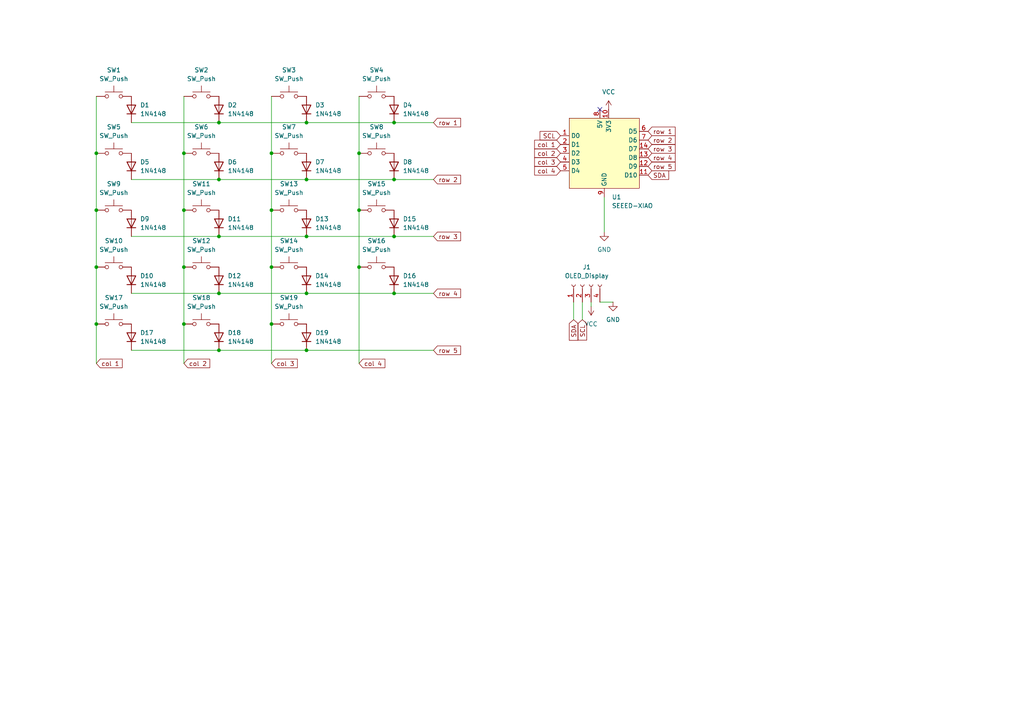
<source format=kicad_sch>
(kicad_sch (version 20231120) (generator "eeschema") (generator_version "8.0")
  (paper "A4")
  (lib_symbols
    (symbol "Connector:Conn_01x04_Socket" (pin_names (offset 1.016) hide)
      (property "Reference" "J" (at 0 5.08 0))
      (property "Value" "Conn_01x04_Socket" (at 0 -7.62 0))
      (symbol "Conn_01x04_Socket_1_1"
        (arc (start 0 -4.572) (mid -0.5058 -5.08) (end 0 -5.588) (stroke (width 0.1524)))
        (arc (start 0 -2.032) (mid -0.5058 -2.54) (end 0 -3.048) (stroke (width 0.1524)))
        (polyline (pts (xy -1.27 -5.08) (xy -0.508 -5.08)) (stroke (width 0.1524)))
        (polyline (pts (xy -1.27 -2.54) (xy -0.508 -2.54)) (stroke (width 0.1524)))
        (polyline (pts (xy -1.27 0) (xy -0.508 0)) (stroke (width 0.1524)))
        (polyline (pts (xy -1.27 2.54) (xy -0.508 2.54)) (stroke (width 0.1524)))
        (arc (start 0 0.508) (mid -0.5058 0) (end 0 -0.508) (stroke (width 0.1524)))
        (arc (start 0 3.048) (mid -0.5058 2.54) (end 0 2.032) (stroke (width 0.1524)))
        (pin passive line (at -5.08 2.54 0) (length 3.81) (name "Pin_1") (number "1"))
        (pin passive line (at -5.08 0 0) (length 3.81) (name "Pin_2") (number "2"))
        (pin passive line (at -5.08 -2.54 0) (length 3.81) (name "Pin_3") (number "3"))
        (pin passive line (at -5.08 -5.08 0) (length 3.81) (name "Pin_4") (number "4"))
      )
    )
    (symbol "Diode:1N4148" (pin_numbers hide) (pin_names hide)
      (property "Reference" "D" (at 0 2.54 0))
      (property "Value" "1N4148" (at 0 -2.54 0))
      (symbol "1N4148_0_1"
        (polyline (pts (xy -1.27 1.27) (xy -1.27 -1.27)) (stroke (width 0.254)))
        (polyline (pts (xy 1.27 0) (xy -1.27 0)))
        (polyline (pts (xy 1.27 1.27) (xy 1.27 -1.27) (xy -1.27 0) (xy 1.27 1.27)) (stroke (width 0.254)))
      )
      (symbol "1N4148_1_1"
        (pin passive line (at -3.81 0 0) (length 2.54) (name "K") (number "1"))
        (pin passive line (at 3.81 0 180) (length 2.54) (name "A") (number "2"))
      )
    )
    (symbol "SEEED-XIAO:SEEED-XIAO"
      (property "Reference" "U" (at 2.794 13.716 0))
      (property "Value" "SEEED-XIAO" (at -0.254 0 0))
      (symbol "SEEED-XIAO_0_1"
        (rectangle (start -10.16 10.16) (end 10.16 -10.16) (fill (type background)))
      )
      (symbol "SEEED-XIAO_1_1"
        (pin bidirectional line (at -12.7 5.08 0) (length 2.54) (name "D0") (number "1"))
        (pin power_in line (at 1.27 12.7 270) (length 2.54) (name "3V3") (number "10"))
        (pin bidirectional line (at 12.7 -6.35 180) (length 2.54) (name "D10") (number "11"))
        (pin bidirectional line (at 12.7 -3.81 180) (length 2.54) (name "D9") (number "12"))
        (pin bidirectional line (at 12.7 -1.27 180) (length 2.54) (name "D8") (number "13"))
        (pin bidirectional line (at 12.7 1.27 180) (length 2.54) (name "D7") (number "14"))
        (pin bidirectional line (at -12.7 2.54 0) (length 2.54) (name "D1") (number "2"))
        (pin bidirectional line (at -12.7 0 0) (length 2.54) (name "D2") (number "3"))
        (pin bidirectional line (at -12.7 -2.54 0) (length 2.54) (name "D3") (number "4"))
        (pin bidirectional line (at -12.7 -5.08 0) (length 2.54) (name "D4") (number "5"))
        (pin bidirectional line (at 12.7 6.35 180) (length 2.54) (name "D5") (number "6"))
        (pin bidirectional line (at 12.7 3.81 180) (length 2.54) (name "D6") (number "7"))
        (pin power_in line (at -1.27 12.7 270) (length 2.54) (name "5V") (number "8"))
        (pin power_in line (at 0 -12.7 90) (length 2.54) (name "GND") (number "9"))
      )
    )
    (symbol "Switch:SW_Push" (pin_numbers hide) (pin_names (offset 1.016) hide)
      (property "Reference" "SW" (at 1.27 2.54 0))
      (property "Value" "SW_Push" (at 0 -1.524 0))
      (symbol "SW_Push_0_1"
        (circle (center -2.032 0) (radius 0.508))
        (polyline (pts (xy 0 1.27) (xy 0 3.048)))
        (polyline (pts (xy 2.54 1.27) (xy -2.54 1.27)))
        (circle (center 2.032 0) (radius 0.508))
        (pin passive line (at -5.08 0 0) (length 2.54) (name "1") (number "1"))
        (pin passive line (at 5.08 0 180) (length 2.54) (name "2") (number "2"))
      )
    )
    (symbol "power:GND" (power) (pin_numbers hide) (pin_names (offset 0) hide)
      (property "Value" "GND" (at 0 -3.81 0))
      (symbol "GND_0_1"
        (polyline (pts (xy 0 0) (xy 0 -1.27) (xy 1.27 -1.27) (xy 0 -2.54) (xy -1.27 -1.27) (xy 0 -1.27)))
      )
      (symbol "GND_1_1"
        (pin power_in line (at 0 0 270) (length 0) (name "~") (number "1"))
      )
    )
    (symbol "power:VCC" (power) (pin_numbers hide) (pin_names (offset 0) hide)
      (property "Value" "VCC" (at 0 3.556 0))
      (symbol "VCC_0_1"
        (polyline (pts (xy -0.762 1.27) (xy 0 2.54)))
        (polyline (pts (xy 0 0) (xy 0 2.54)))
        (polyline (pts (xy 0 2.54) (xy 0.762 1.27)))
      )
      (symbol "VCC_1_1"
        (pin power_in line (at 0 0 90) (length 0) (name "~") (number "1"))
      )
    )
  )
  (junction (at 88.9 52.07))
  (junction (at 114.3 85.09))
  (junction (at 63.5 35.56))
  (junction (at 53.34 44.45))
  (junction (at 104.14 60.96))
  (junction (at 78.74 44.45))
  (junction (at 88.9 85.09))
  (junction (at 114.3 68.58))
  (junction (at 63.5 68.58))
  (junction (at 63.5 85.09))
  (junction (at 53.34 60.96))
  (junction (at 27.94 77.47))
  (junction (at 88.9 35.56))
  (junction (at 27.94 93.98))
  (junction (at 114.3 35.56))
  (junction (at 53.34 93.98))
  (junction (at 53.34 77.47))
  (junction (at 114.3 52.07))
  (junction (at 63.5 52.07))
  (junction (at 104.14 44.45))
  (junction (at 78.74 77.47))
  (junction (at 27.94 44.45))
  (junction (at 27.94 60.96))
  (junction (at 104.14 77.47))
  (junction (at 63.5 101.6))
  (junction (at 78.74 60.96))
  (junction (at 88.9 68.58))
  (junction (at 78.74 93.98))
  (junction (at 88.9 101.6))
  (no_connect (at 173.99 31.75))
  (wire (pts (xy 88.9 68.58) (xy 114.3 68.58)))
  (wire (pts (xy 27.94 44.45) (xy 27.94 60.96)))
  (wire (pts (xy 104.14 44.45) (xy 104.14 60.96)))
  (wire (pts (xy 114.3 85.09) (xy 125.73 85.09)))
  (wire (pts (xy 53.34 44.45) (xy 53.34 60.96)))
  (wire (pts (xy 88.9 85.09) (xy 114.3 85.09)))
  (wire (pts (xy 114.3 68.58) (xy 125.73 68.58)))
  (wire (pts (xy 53.34 93.98) (xy 53.34 105.41)))
  (wire (pts (xy 171.45 88.9) (xy 171.45 87.63)))
  (wire (pts (xy 38.1 85.09) (xy 63.5 85.09)))
  (wire (pts (xy 38.1 35.56) (xy 63.5 35.56)))
  (wire (pts (xy 104.14 60.96) (xy 104.14 77.47)))
  (wire (pts (xy 78.74 93.98) (xy 78.74 105.41)))
  (wire (pts (xy 38.1 52.07) (xy 63.5 52.07)))
  (wire (pts (xy 27.94 93.98) (xy 27.94 105.41)))
  (wire (pts (xy 78.74 60.96) (xy 78.74 77.47)))
  (wire (pts (xy 27.94 60.96) (xy 27.94 77.47)))
  (wire (pts (xy 63.5 85.09) (xy 88.9 85.09)))
  (wire (pts (xy 166.37 87.63) (xy 166.37 92.71)))
  (wire (pts (xy 88.9 35.56) (xy 114.3 35.56)))
  (wire (pts (xy 38.1 68.58) (xy 63.5 68.58)))
  (wire (pts (xy 88.9 101.6) (xy 125.73 101.6)))
  (wire (pts (xy 27.94 77.47) (xy 27.94 93.98)))
  (wire (pts (xy 63.5 68.58) (xy 88.9 68.58)))
  (wire (pts (xy 78.74 77.47) (xy 78.74 93.98)))
  (wire (pts (xy 63.5 52.07) (xy 88.9 52.07)))
  (wire (pts (xy 78.74 44.45) (xy 78.74 60.96)))
  (wire (pts (xy 88.9 52.07) (xy 114.3 52.07)))
  (wire (pts (xy 53.34 77.47) (xy 53.34 93.98)))
  (wire (pts (xy 53.34 27.94) (xy 53.34 44.45)))
  (wire (pts (xy 104.14 77.47) (xy 104.14 105.41)))
  (wire (pts (xy 175.26 67.31) (xy 175.26 57.15)))
  (wire (pts (xy 53.34 60.96) (xy 53.34 77.47)))
  (wire (pts (xy 78.74 27.94) (xy 78.74 44.45)))
  (wire (pts (xy 104.14 27.94) (xy 104.14 44.45)))
  (wire (pts (xy 38.1 101.6) (xy 63.5 101.6)))
  (wire (pts (xy 168.91 87.63) (xy 168.91 92.71)))
  (wire (pts (xy 27.94 27.94) (xy 27.94 44.45)))
  (wire (pts (xy 63.5 35.56) (xy 88.9 35.56)))
  (wire (pts (xy 63.5 101.6) (xy 88.9 101.6)))
  (wire (pts (xy 177.8 87.63) (xy 173.99 87.63)))
  (wire (pts (xy 114.3 52.07) (xy 125.73 52.07)))
  (wire (pts (xy 114.3 35.56) (xy 125.73 35.56)))
  (global_label "row 5" (shape input) (at 125.73 101.6 0) (property "Intersheetrefs" "${INTERSHEET_REFS}" (effects (hide yes))))
  (global_label "col 4" (shape input) (at 104.14 105.41 0) (property "Intersheetrefs" "${INTERSHEET_REFS}" (effects (hide yes))))
  (global_label "row 2" (shape input) (at 187.96 40.64 0) (property "Intersheetrefs" "${INTERSHEET_REFS}" (effects (hide yes))))
  (global_label "col 3" (shape input) (at 78.74 105.41 0) (property "Intersheetrefs" "${INTERSHEET_REFS}" (effects (hide yes))))
  (global_label "row 4" (shape input) (at 125.73 85.09 0) (property "Intersheetrefs" "${INTERSHEET_REFS}" (effects (hide yes))))
  (global_label "row 2" (shape input) (at 125.73 52.07 0) (property "Intersheetrefs" "${INTERSHEET_REFS}" (effects (hide yes))))
  (global_label "SDA" (shape input) (at 166.37 92.71 270) (property "Intersheetrefs" "${INTERSHEET_REFS}" (effects (hide yes))))
  (global_label "row 3" (shape input) (at 125.73 68.58 0) (property "Intersheetrefs" "${INTERSHEET_REFS}" (effects (hide yes))))
  (global_label "row 5" (shape input) (at 187.96 48.26 0) (property "Intersheetrefs" "${INTERSHEET_REFS}" (effects (hide yes))))
  (global_label "col 1" (shape input) (at 27.94 105.41 0) (property "Intersheetrefs" "${INTERSHEET_REFS}" (effects (hide yes))))
  (global_label "col 4" (shape input) (at 162.56 49.53 180) (property "Intersheetrefs" "${INTERSHEET_REFS}" (effects (hide yes))))
  (global_label "row 3" (shape input) (at 187.96 43.18 0) (property "Intersheetrefs" "${INTERSHEET_REFS}" (effects (hide yes))))
  (global_label "row 1" (shape input) (at 125.73 35.56 0) (property "Intersheetrefs" "${INTERSHEET_REFS}" (effects (hide yes))))
  (global_label "col 2" (shape input) (at 162.56 44.45 180) (property "Intersheetrefs" "${INTERSHEET_REFS}" (effects (hide yes))))
  (global_label "row 4" (shape input) (at 187.96 45.72 0) (property "Intersheetrefs" "${INTERSHEET_REFS}" (effects (hide yes))))
  (global_label "SCL" (shape input) (at 168.91 92.71 270) (property "Intersheetrefs" "${INTERSHEET_REFS}" (effects (hide yes))))
  (global_label "SDA" (shape input) (at 187.96 50.8 0) (property "Intersheetrefs" "${INTERSHEET_REFS}" (effects (hide yes))))
  (global_label "col 2" (shape input) (at 53.34 105.41 0) (property "Intersheetrefs" "${INTERSHEET_REFS}" (effects (hide yes))))
  (global_label "SCL" (shape input) (at 162.56 39.37 180) (property "Intersheetrefs" "${INTERSHEET_REFS}" (effects (hide yes))))
  (global_label "col 3" (shape input) (at 162.56 46.99 180) (property "Intersheetrefs" "${INTERSHEET_REFS}" (effects (hide yes))))
  (global_label "row 1" (shape input) (at 187.96 38.1 0) (property "Intersheetrefs" "${INTERSHEET_REFS}" (effects (hide yes))))
  (global_label "col 1" (shape input) (at 162.56 41.91 180) (property "Intersheetrefs" "${INTERSHEET_REFS}" (effects (hide yes))))
  (symbol (lib_id "Diode:1N4148") (at 63.5 97.79 90) (unit 1)
    (property "Reference" "D18" (at 66.04 96.5199 90) (effects (justify right)))
    (property "Value" "1N4148" (at 66.04 99.0599 90) (effects (justify right)))
    (property "Footprint" "Diode_THT:D_DO-35_SOD27_P7.62mm_Horizontal" (effects (hide yes)))
    (property "Datasheet" "https://assets.nexperia.com/documents/data-sheet/1N4148_1N4448.pdf" (effects (hide yes)))
    (property "Description" "100V 0.15A standard switching diode, DO-35" (effects (hide yes)))
    (property "Sim.Device" "D" (effects (hide yes)))
    (property "Sim.Pins" "1=K 2=A" (effects (hide yes)))
  )
  (symbol (lib_id "Switch:SW_Push") (at 109.22 77.47 0) (unit 1)
    (property "Reference" "SW16" (at 109.22 69.85 0))
    (property "Value" "SW_Push" (at 109.22 72.39 0))
    (property "Description" "Push button switch, generic, two pins" (effects (hide yes)))
  )
  (symbol (lib_id "Switch:SW_Push") (at 109.22 27.94 0) (unit 1)
    (property "Reference" "SW4" (at 109.22 20.32 0))
    (property "Value" "SW_Push" (at 109.22 22.86 0))
    (property "Description" "Push button switch, generic, two pins" (effects (hide yes)))
  )
  (symbol (lib_id "Switch:SW_Push") (at 58.42 60.96 0) (unit 1)
    (property "Reference" "SW11" (at 58.42 53.34 0))
    (property "Value" "SW_Push" (at 58.42 55.88 0))
    (property "Description" "Push button switch, generic, two pins" (effects (hide yes)))
  )
  (symbol (lib_id "Diode:1N4148") (at 63.5 31.75 90) (unit 1)
    (property "Reference" "D2" (at 66.04 30.4799 90) (effects (justify right)))
    (property "Value" "1N4148" (at 66.04 33.0199 90) (effects (justify right)))
    (property "Footprint" "Diode_THT:D_DO-35_SOD27_P7.62mm_Horizontal" (effects (hide yes)))
    (property "Datasheet" "https://assets.nexperia.com/documents/data-sheet/1N4148_1N4448.pdf" (effects (hide yes)))
    (property "Description" "100V 0.15A standard switching diode, DO-35" (effects (hide yes)))
    (property "Sim.Device" "D" (effects (hide yes)))
    (property "Sim.Pins" "1=K 2=A" (effects (hide yes)))
  )
  (symbol (lib_id "Switch:SW_Push") (at 83.82 77.47 0) (unit 1)
    (property "Reference" "SW14" (at 83.82 69.85 0))
    (property "Value" "SW_Push" (at 83.82 72.39 0))
    (property "Description" "Push button switch, generic, two pins" (effects (hide yes)))
  )
  (symbol (lib_id "Switch:SW_Push") (at 58.42 77.47 0) (unit 1)
    (property "Reference" "SW12" (at 58.42 69.85 0))
    (property "Value" "SW_Push" (at 58.42 72.39 0))
    (property "Description" "Push button switch, generic, two pins" (effects (hide yes)))
  )
  (symbol (lib_id "Diode:1N4148") (at 38.1 31.75 90) (unit 1)
    (property "Reference" "D1" (at 40.64 30.4799 90) (effects (justify right)))
    (property "Value" "1N4148" (at 40.64 33.0199 90) (effects (justify right)))
    (property "Footprint" "Diode_THT:D_DO-35_SOD27_P7.62mm_Horizontal" (effects (hide yes)))
    (property "Datasheet" "https://assets.nexperia.com/documents/data-sheet/1N4148_1N4448.pdf" (effects (hide yes)))
    (property "Description" "100V 0.15A standard switching diode, DO-35" (effects (hide yes)))
    (property "Sim.Device" "D" (effects (hide yes)))
    (property "Sim.Pins" "1=K 2=A" (effects (hide yes)))
  )
  (symbol (lib_id "Diode:1N4148") (at 88.9 97.79 90) (unit 1)
    (property "Reference" "D19" (at 91.44 96.5199 90) (effects (justify right)))
    (property "Value" "1N4148" (at 91.44 99.0599 90) (effects (justify right)))
    (property "Footprint" "Diode_THT:D_DO-35_SOD27_P7.62mm_Horizontal" (effects (hide yes)))
    (property "Datasheet" "https://assets.nexperia.com/documents/data-sheet/1N4148_1N4448.pdf" (effects (hide yes)))
    (property "Description" "100V 0.15A standard switching diode, DO-35" (effects (hide yes)))
    (property "Sim.Device" "D" (effects (hide yes)))
    (property "Sim.Pins" "1=K 2=A" (effects (hide yes)))
  )
  (symbol (lib_id "Switch:SW_Push") (at 109.22 60.96 0) (unit 1)
    (property "Reference" "SW15" (at 109.22 53.34 0))
    (property "Value" "SW_Push" (at 109.22 55.88 0))
    (property "Description" "Push button switch, generic, two pins" (effects (hide yes)))
  )
  (symbol (lib_id "Diode:1N4148") (at 88.9 81.28 90) (unit 1)
    (property "Reference" "D14" (at 91.44 80.0099 90) (effects (justify right)))
    (property "Value" "1N4148" (at 91.44 82.5499 90) (effects (justify right)))
    (property "Footprint" "Diode_THT:D_DO-35_SOD27_P7.62mm_Horizontal" (effects (hide yes)))
    (property "Datasheet" "https://assets.nexperia.com/documents/data-sheet/1N4148_1N4448.pdf" (effects (hide yes)))
    (property "Description" "100V 0.15A standard switching diode, DO-35" (effects (hide yes)))
    (property "Sim.Device" "D" (effects (hide yes)))
    (property "Sim.Pins" "1=K 2=A" (effects (hide yes)))
  )
  (symbol (lib_id "Switch:SW_Push") (at 83.82 60.96 0) (unit 1)
    (property "Reference" "SW13" (at 83.82 53.34 0))
    (property "Value" "SW_Push" (at 83.82 55.88 0))
    (property "Description" "Push button switch, generic, two pins" (effects (hide yes)))
  )
  (symbol (lib_id "power:GND") (at 177.8 87.63 0) (unit 1)
    (property "Reference" "#PWR04" (effects (hide yes)))
    (property "Value" "GND" (at 177.8 92.71 0))
    (property "Description" "Power symbol creates a global label with name \"GND\" , ground" (effects (hide yes)))
  )
  (symbol (lib_id "SEEED-XIAO:SEEED-XIAO") (at 175.26 44.45 0) (unit 1)
    (property "Reference" "U1" (at 177.4541 57.15 0) (effects (justify left)))
    (property "Value" "SEEED-XIAO" (at 177.4541 59.69 0) (effects (justify left)))
    (property "Footprint" "XIAO_PCB:XIAO-14P-SMD-2.54-21x17.8MM" (effects (hide yes)))
    (property "Datasheet" "https://wiki.seeedstudio.com/XIAO-RP2040/#hardware-overview" (effects (hide yes)))
    (property "Description" "Seeed Studio XIAO board (datasheet is for RP2040, supports more boards)" (effects (hide yes)))
  )
  (symbol (lib_id "Diode:1N4148") (at 38.1 48.26 90) (unit 1)
    (property "Reference" "D5" (at 40.64 46.9899 90) (effects (justify right)))
    (property "Value" "1N4148" (at 40.64 49.5299 90) (effects (justify right)))
    (property "Footprint" "Diode_THT:D_DO-35_SOD27_P7.62mm_Horizontal" (effects (hide yes)))
    (property "Datasheet" "https://assets.nexperia.com/documents/data-sheet/1N4148_1N4448.pdf" (effects (hide yes)))
    (property "Description" "100V 0.15A standard switching diode, DO-35" (effects (hide yes)))
    (property "Sim.Device" "D" (effects (hide yes)))
    (property "Sim.Pins" "1=K 2=A" (effects (hide yes)))
  )
  (symbol (lib_id "Diode:1N4148") (at 63.5 81.28 90) (unit 1)
    (property "Reference" "D12" (at 66.04 80.0099 90) (effects (justify right)))
    (property "Value" "1N4148" (at 66.04 82.5499 90) (effects (justify right)))
    (property "Footprint" "Diode_THT:D_DO-35_SOD27_P7.62mm_Horizontal" (effects (hide yes)))
    (property "Datasheet" "https://assets.nexperia.com/documents/data-sheet/1N4148_1N4448.pdf" (effects (hide yes)))
    (property "Description" "100V 0.15A standard switching diode, DO-35" (effects (hide yes)))
    (property "Sim.Device" "D" (effects (hide yes)))
    (property "Sim.Pins" "1=K 2=A" (effects (hide yes)))
  )
  (symbol (lib_id "Switch:SW_Push") (at 109.22 44.45 0) (unit 1)
    (property "Reference" "SW8" (at 109.22 36.83 0))
    (property "Value" "SW_Push" (at 109.22 39.37 0))
    (property "Description" "Push button switch, generic, two pins" (effects (hide yes)))
  )
  (symbol (lib_id "Diode:1N4148") (at 114.3 81.28 90) (unit 1)
    (property "Reference" "D16" (at 116.84 80.0099 90) (effects (justify right)))
    (property "Value" "1N4148" (at 116.84 82.5499 90) (effects (justify right)))
    (property "Footprint" "Diode_THT:D_DO-35_SOD27_P7.62mm_Horizontal" (effects (hide yes)))
    (property "Datasheet" "https://assets.nexperia.com/documents/data-sheet/1N4148_1N4448.pdf" (effects (hide yes)))
    (property "Description" "100V 0.15A standard switching diode, DO-35" (effects (hide yes)))
    (property "Sim.Device" "D" (effects (hide yes)))
    (property "Sim.Pins" "1=K 2=A" (effects (hide yes)))
  )
  (symbol (lib_id "power:VCC") (at 176.53 31.75 0) (unit 1)
    (property "Reference" "#PWR01" (effects (hide yes)))
    (property "Value" "VCC" (at 176.53 26.67 0))
    (property "Description" "Power symbol creates a global label with name \"VCC\"" (effects (hide yes)))
  )
  (symbol (lib_id "Switch:SW_Push") (at 58.42 44.45 0) (unit 1)
    (property "Reference" "SW6" (at 58.42 36.83 0))
    (property "Value" "SW_Push" (at 58.42 39.37 0))
    (property "Description" "Push button switch, generic, two pins" (effects (hide yes)))
  )
  (symbol (lib_id "Diode:1N4148") (at 63.5 48.26 90) (unit 1)
    (property "Reference" "D6" (at 66.04 46.9899 90) (effects (justify right)))
    (property "Value" "1N4148" (at 66.04 49.5299 90) (effects (justify right)))
    (property "Footprint" "Diode_THT:D_DO-35_SOD27_P7.62mm_Horizontal" (effects (hide yes)))
    (property "Datasheet" "https://assets.nexperia.com/documents/data-sheet/1N4148_1N4448.pdf" (effects (hide yes)))
    (property "Description" "100V 0.15A standard switching diode, DO-35" (effects (hide yes)))
    (property "Sim.Device" "D" (effects (hide yes)))
    (property "Sim.Pins" "1=K 2=A" (effects (hide yes)))
  )
  (symbol (lib_id "Switch:SW_Push") (at 33.02 93.98 0) (unit 1)
    (property "Reference" "SW17" (at 33.02 86.36 0))
    (property "Value" "SW_Push" (at 33.02 88.9 0))
    (property "Description" "Push button switch, generic, two pins" (effects (hide yes)))
  )
  (symbol (lib_id "Switch:SW_Push") (at 33.02 77.47 0) (unit 1)
    (property "Reference" "SW10" (at 33.02 69.85 0))
    (property "Value" "SW_Push" (at 33.02 72.39 0))
    (property "Description" "Push button switch, generic, two pins" (effects (hide yes)))
  )
  (symbol (lib_id "Diode:1N4148") (at 38.1 64.77 90) (unit 1)
    (property "Reference" "D9" (at 40.64 63.4999 90) (effects (justify right)))
    (property "Value" "1N4148" (at 40.64 66.0399 90) (effects (justify right)))
    (property "Footprint" "Diode_THT:D_DO-35_SOD27_P7.62mm_Horizontal" (effects (hide yes)))
    (property "Datasheet" "https://assets.nexperia.com/documents/data-sheet/1N4148_1N4448.pdf" (effects (hide yes)))
    (property "Description" "100V 0.15A standard switching diode, DO-35" (effects (hide yes)))
    (property "Sim.Device" "D" (effects (hide yes)))
    (property "Sim.Pins" "1=K 2=A" (effects (hide yes)))
  )
  (symbol (lib_id "Diode:1N4148") (at 88.9 48.26 90) (unit 1)
    (property "Reference" "D7" (at 91.44 46.9899 90) (effects (justify right)))
    (property "Value" "1N4148" (at 91.44 49.5299 90) (effects (justify right)))
    (property "Footprint" "Diode_THT:D_DO-35_SOD27_P7.62mm_Horizontal" (effects (hide yes)))
    (property "Datasheet" "https://assets.nexperia.com/documents/data-sheet/1N4148_1N4448.pdf" (effects (hide yes)))
    (property "Description" "100V 0.15A standard switching diode, DO-35" (effects (hide yes)))
    (property "Sim.Device" "D" (effects (hide yes)))
    (property "Sim.Pins" "1=K 2=A" (effects (hide yes)))
  )
  (symbol (lib_id "Switch:SW_Push") (at 33.02 27.94 0) (unit 1)
    (property "Reference" "SW1" (at 33.02 20.32 0))
    (property "Value" "SW_Push" (at 33.02 22.86 0))
    (property "Description" "Push button switch, generic, two pins" (effects (hide yes)))
  )
  (symbol (lib_id "Diode:1N4148") (at 114.3 64.77 90) (unit 1)
    (property "Reference" "D15" (at 116.84 63.4999 90) (effects (justify right)))
    (property "Value" "1N4148" (at 116.84 66.0399 90) (effects (justify right)))
    (property "Footprint" "Diode_THT:D_DO-35_SOD27_P7.62mm_Horizontal" (effects (hide yes)))
    (property "Datasheet" "https://assets.nexperia.com/documents/data-sheet/1N4148_1N4448.pdf" (effects (hide yes)))
    (property "Description" "100V 0.15A standard switching diode, DO-35" (effects (hide yes)))
    (property "Sim.Device" "D" (effects (hide yes)))
    (property "Sim.Pins" "1=K 2=A" (effects (hide yes)))
  )
  (symbol (lib_id "Switch:SW_Push") (at 83.82 44.45 0) (unit 1)
    (property "Reference" "SW7" (at 83.82 36.83 0))
    (property "Value" "SW_Push" (at 83.82 39.37 0))
    (property "Description" "Push button switch, generic, two pins" (effects (hide yes)))
  )
  (symbol (lib_id "Switch:SW_Push") (at 33.02 44.45 0) (unit 1)
    (property "Reference" "SW5" (at 33.02 36.83 0))
    (property "Value" "SW_Push" (at 33.02 39.37 0))
    (property "Description" "Push button switch, generic, two pins" (effects (hide yes)))
  )
  (symbol (lib_id "Switch:SW_Push") (at 83.82 27.94 0) (unit 1)
    (property "Reference" "SW3" (at 83.82 20.32 0))
    (property "Value" "SW_Push" (at 83.82 22.86 0))
    (property "Description" "Push button switch, generic, two pins" (effects (hide yes)))
  )
  (symbol (lib_id "Diode:1N4148") (at 88.9 64.77 90) (unit 1)
    (property "Reference" "D13" (at 91.44 63.4999 90) (effects (justify right)))
    (property "Value" "1N4148" (at 91.44 66.0399 90) (effects (justify right)))
    (property "Footprint" "Diode_THT:D_DO-35_SOD27_P7.62mm_Horizontal" (effects (hide yes)))
    (property "Datasheet" "https://assets.nexperia.com/documents/data-sheet/1N4148_1N4448.pdf" (effects (hide yes)))
    (property "Description" "100V 0.15A standard switching diode, DO-35" (effects (hide yes)))
    (property "Sim.Device" "D" (effects (hide yes)))
    (property "Sim.Pins" "1=K 2=A" (effects (hide yes)))
  )
  (symbol (lib_id "Diode:1N4148") (at 114.3 48.26 90) (unit 1)
    (property "Reference" "D8" (at 116.84 46.9899 90) (effects (justify right)))
    (property "Value" "1N4148" (at 116.84 49.5299 90) (effects (justify right)))
    (property "Footprint" "Diode_THT:D_DO-35_SOD27_P7.62mm_Horizontal" (effects (hide yes)))
    (property "Datasheet" "https://assets.nexperia.com/documents/data-sheet/1N4148_1N4448.pdf" (effects (hide yes)))
    (property "Description" "100V 0.15A standard switching diode, DO-35" (effects (hide yes)))
    (property "Sim.Device" "D" (effects (hide yes)))
    (property "Sim.Pins" "1=K 2=A" (effects (hide yes)))
  )
  (symbol (lib_id "Diode:1N4148") (at 88.9 31.75 90) (unit 1)
    (property "Reference" "D3" (at 91.44 30.4799 90) (effects (justify right)))
    (property "Value" "1N4148" (at 91.44 33.0199 90) (effects (justify right)))
    (property "Footprint" "Diode_THT:D_DO-35_SOD27_P7.62mm_Horizontal" (effects (hide yes)))
    (property "Datasheet" "https://assets.nexperia.com/documents/data-sheet/1N4148_1N4448.pdf" (effects (hide yes)))
    (property "Description" "100V 0.15A standard switching diode, DO-35" (effects (hide yes)))
    (property "Sim.Device" "D" (effects (hide yes)))
    (property "Sim.Pins" "1=K 2=A" (effects (hide yes)))
  )
  (symbol (lib_id "Switch:SW_Push") (at 58.42 27.94 0) (unit 1)
    (property "Reference" "SW2" (at 58.42 20.32 0))
    (property "Value" "SW_Push" (at 58.42 22.86 0))
    (property "Description" "Push button switch, generic, two pins" (effects (hide yes)))
  )
  (symbol (lib_id "Diode:1N4148") (at 38.1 81.28 90) (unit 1)
    (property "Reference" "D10" (at 40.64 80.0099 90) (effects (justify right)))
    (property "Value" "1N4148" (at 40.64 82.5499 90) (effects (justify right)))
    (property "Footprint" "Diode_THT:D_DO-35_SOD27_P7.62mm_Horizontal" (effects (hide yes)))
    (property "Datasheet" "https://assets.nexperia.com/documents/data-sheet/1N4148_1N4448.pdf" (effects (hide yes)))
    (property "Description" "100V 0.15A standard switching diode, DO-35" (effects (hide yes)))
    (property "Sim.Device" "D" (effects (hide yes)))
    (property "Sim.Pins" "1=K 2=A" (effects (hide yes)))
  )
  (symbol (lib_id "Switch:SW_Push") (at 58.42 93.98 0) (unit 1)
    (property "Reference" "SW18" (at 58.42 86.36 0))
    (property "Value" "SW_Push" (at 58.42 88.9 0))
    (property "Description" "Push button switch, generic, two pins" (effects (hide yes)))
  )
  (symbol (lib_id "power:VCC") (at 171.45 88.9 180) (unit 1)
    (property "Reference" "#PWR03" (effects (hide yes)))
    (property "Value" "VCC" (at 171.45 93.98 0))
    (property "Description" "Power symbol creates a global label with name \"VCC\"" (effects (hide yes)))
  )
  (symbol (lib_id "Switch:SW_Push") (at 83.82 93.98 0) (unit 1)
    (property "Reference" "SW19" (at 83.82 86.36 0))
    (property "Value" "SW_Push" (at 83.82 88.9 0))
    (property "Description" "Push button switch, generic, two pins" (effects (hide yes)))
  )
  (symbol (lib_id "Diode:1N4148") (at 114.3 31.75 90) (unit 1)
    (property "Reference" "D4" (at 116.84 30.4799 90) (effects (justify right)))
    (property "Value" "1N4148" (at 116.84 33.0199 90) (effects (justify right)))
    (property "Footprint" "Diode_THT:D_DO-35_SOD27_P7.62mm_Horizontal" (effects (hide yes)))
    (property "Datasheet" "https://assets.nexperia.com/documents/data-sheet/1N4148_1N4448.pdf" (effects (hide yes)))
    (property "Description" "100V 0.15A standard switching diode, DO-35" (effects (hide yes)))
    (property "Sim.Device" "D" (effects (hide yes)))
    (property "Sim.Pins" "1=K 2=A" (effects (hide yes)))
  )
  (symbol (lib_id "Connector:Conn_01x04_Socket") (at 168.91 82.55 90) (unit 1)
    (property "Reference" "J1" (at 170.18 77.47 90))
    (property "Value" "OLED_Display" (at 170.18 80.01 90))
    (property "Description" "Generic connector, single row, 01x04, script generated" (effects (hide yes)))
  )
  (symbol (lib_id "Diode:1N4148") (at 63.5 64.77 90) (unit 1)
    (property "Reference" "D11" (at 66.04 63.4999 90) (effects (justify right)))
    (property "Value" "1N4148" (at 66.04 66.0399 90) (effects (justify right)))
    (property "Footprint" "Diode_THT:D_DO-35_SOD27_P7.62mm_Horizontal" (effects (hide yes)))
    (property "Datasheet" "https://assets.nexperia.com/documents/data-sheet/1N4148_1N4448.pdf" (effects (hide yes)))
    (property "Description" "100V 0.15A standard switching diode, DO-35" (effects (hide yes)))
    (property "Sim.Device" "D" (effects (hide yes)))
    (property "Sim.Pins" "1=K 2=A" (effects (hide yes)))
  )
  (symbol (lib_id "Switch:SW_Push") (at 33.02 60.96 0) (unit 1)
    (property "Reference" "SW9" (at 33.02 53.34 0))
    (property "Value" "SW_Push" (at 33.02 55.88 0))
    (property "Description" "Push button switch, generic, two pins" (effects (hide yes)))
  )
  (symbol (lib_id "power:GND") (at 175.26 67.31 0) (unit 1)
    (property "Reference" "#PWR02" (effects (hide yes)))
    (property "Value" "GND" (at 175.26 72.39 0))
    (property "Description" "Power symbol creates a global label with name \"GND\" , ground" (effects (hide yes)))
  )
  (symbol (lib_id "Diode:1N4148") (at 38.1 97.79 90) (unit 1)
    (property "Reference" "D17" (at 40.64 96.5199 90) (effects (justify right)))
    (property "Value" "1N4148" (at 40.64 99.0599 90) (effects (justify right)))
    (property "Footprint" "Diode_THT:D_DO-35_SOD27_P7.62mm_Horizontal" (effects (hide yes)))
    (property "Datasheet" "https://assets.nexperia.com/documents/data-sheet/1N4148_1N4448.pdf" (effects (hide yes)))
    (property "Description" "100V 0.15A standard switching diode, DO-35" (effects (hide yes)))
    (property "Sim.Device" "D" (effects (hide yes)))
    (property "Sim.Pins" "1=K 2=A" (effects (hide yes)))
  )
)
</source>
